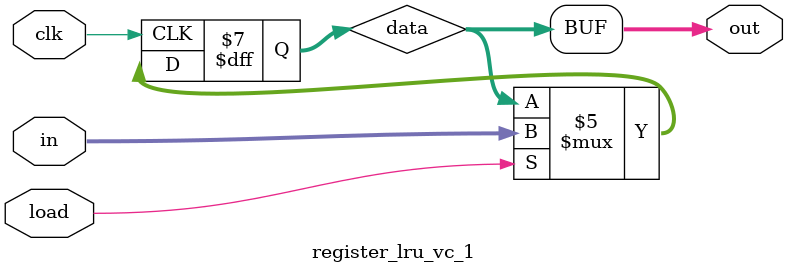
<source format=sv>
module register_lru_vc_1 #(parameter width = 16)
(
    input clk,
    input load,
    input [width-1:0] in,
    output logic [width-1:0] out
);

logic [width-1:0] data;

/* Altera device registers are 0 at power on. Specify this
 * so that Modelsim works as expected.
 */
initial
begin
	data = 2'b01;
end

always_ff @(posedge clk)
begin
    if (load)
    begin
        data = in;
    end
end

always_comb
begin
    out = data;
end

endmodule : register_lru_vc_1

</source>
